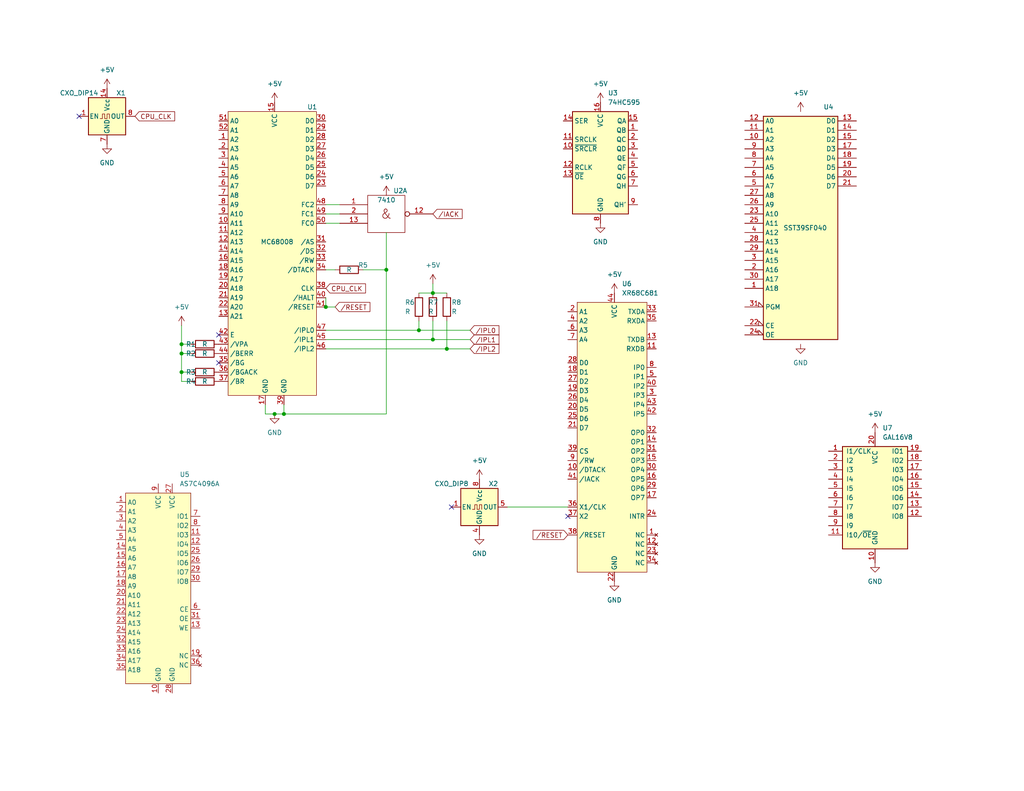
<source format=kicad_sch>
(kicad_sch (version 20211123) (generator eeschema)
  (paper "A")
  (title_block (title "Mackerel-08 v1") (date "2024-06-22") (rev "1.0a") (company "Colin Maykish") (comment 1 "github.com/crmaykish/mackerel-68k"))
  (lib_symbols
    (symbol "74xx:74HC595"
      (property "Reference" "U" (at -7.62 13.97 0))
      (property "Value" "74HC595" (at -7.62 -16.51 0))
      (symbol "74HC595_1_0"
        (pin tri_state line (at 10.16 7.62 180) (length 2.54) (name "QB") (number "1"))
        (pin input line (at -10.16 2.54 0) (length 2.54) (name "~{SRCLR}") (number "10"))
        (pin input line (at -10.16 5.08 0) (length 2.54) (name "SRCLK") (number "11"))
        (pin input line (at -10.16 -2.54 0) (length 2.54) (name "RCLK") (number "12"))
        (pin input line (at -10.16 -5.08 0) (length 2.54) (name "~{OE}") (number "13"))
        (pin input line (at -10.16 10.16 0) (length 2.54) (name "SER") (number "14"))
        (pin tri_state line (at 10.16 10.16 180) (length 2.54) (name "QA") (number "15"))
        (pin power_in line (at 0 15.24 270) (length 2.54) (name "VCC") (number "16"))
        (pin tri_state line (at 10.16 5.08 180) (length 2.54) (name "QC") (number "2"))
        (pin tri_state line (at 10.16 2.54 180) (length 2.54) (name "QD") (number "3"))
        (pin tri_state line (at 10.16 0 180) (length 2.54) (name "QE") (number "4"))
        (pin tri_state line (at 10.16 -2.54 180) (length 2.54) (name "QF") (number "5"))
        (pin tri_state line (at 10.16 -5.08 180) (length 2.54) (name "QG") (number "6"))
        (pin tri_state line (at 10.16 -7.62 180) (length 2.54) (name "QH") (number "7"))
        (pin power_in line (at 0 -17.78 90) (length 2.54) (name "GND") (number "8"))
        (pin output line (at 10.16 -12.7 180) (length 2.54) (name "QH'") (number "9"))
      )
      (symbol "74HC595_1_1"
        (rectangle (start -7.62 12.7) (end 7.62 -15.24) (stroke (width 0.254)) (fill (type background)))
      )
    )
    (symbol "74xx_IEEE:7410" (pin_names (offset 0.762))
      (property "Reference" "U" (at 2.54 7.62 0))
      (property "Value" "7410" (at 3.81 -7.62 0))
      (symbol "7410_0_0"
        (text "&" (at 0 0 0) (effects (font (size 2.54 2.54))))
      )
      (symbol "7410_0_1"
        (rectangle (start -5.08 5.08) (end 5.08 -5.08))
        (pin power_in line (at 0 5.08 270) (length 0) hide (name "Vcc") (number "14"))
        (pin power_in line (at 0 -5.08 90) (length 0) hide (name "Gnd") (number "7"))
      )
      (symbol "7410_1_1"
        (pin input line (at -12.7 2.54 0) (length 7.62) (name "~") (number "1"))
        (pin output inverted (at 12.7 0 180) (length 7.62) (name "~") (number "12"))
        (pin input line (at -12.7 -2.54 0) (length 7.62) (name "~") (number "13"))
        (pin input line (at -12.7 0 0) (length 7.62) (name "~") (number "2"))
      )
      (symbol "7410_2_1"
        (pin input line (at -12.7 2.54 0) (length 7.62) (name "~") (number "3"))
        (pin input line (at -12.7 0 0) (length 7.62) (name "~") (number "4"))
        (pin input line (at -12.7 -2.54 0) (length 7.62) (name "~") (number "5"))
        (pin output inverted (at 12.7 0 180) (length 7.62) (name "~") (number "6"))
      )
      (symbol "7410_3_1"
        (pin input line (at -12.7 0 0) (length 7.62) (name "~") (number "10"))
        (pin input line (at -12.7 -2.54 0) (length 7.62) (name "~") (number "11"))
        (pin output inverted (at 12.7 0 180) (length 7.62) (name "~") (number "8"))
        (pin input line (at -12.7 2.54 0) (length 7.62) (name "~") (number "9"))
      )
    )
    (symbol "Device:R" (pin_numbers hide) (pin_names (offset 0))
      (property "Reference" "R" (at 2.032 0 90))
      (property "Value" "R" (at 0 0 90))
      (symbol "R_0_1"
        (rectangle (start -1.016 -2.54) (end 1.016 2.54) (stroke (width 0.254)))
      )
      (symbol "R_1_1"
        (pin passive line (at 0 3.81 270) (length 1.27) (name "~") (number "1"))
        (pin passive line (at 0 -3.81 90) (length 1.27) (name "~") (number "2"))
      )
    )
    (symbol "Logic_Programmable:GAL16V8" (pin_names (offset 1.016))
      (property "Reference" "U" (at -8.89 16.51 0))
      (property "Value" "GAL16V8" (at 1.27 16.51 0))
      (symbol "GAL16V8_0_0"
        (pin power_in line (at 0 -17.78 90) (length 3.81) (name "GND") (number "10"))
        (pin power_in line (at 0 17.78 270) (length 3.81) (name "VCC") (number "20"))
      )
      (symbol "GAL16V8_0_1"
        (rectangle (start -8.89 13.97) (end 8.89 -13.97) (stroke (width 0.254)) (fill (type background)))
      )
      (symbol "GAL16V8_1_1"
        (pin input line (at -12.7 12.7 0) (length 3.81) (name "I1/CLK") (number "1"))
        (pin input line (at -12.7 -10.16 0) (length 3.81) (name "I10/~{OE}") (number "11"))
        (pin tri_state line (at 12.7 -5.08 180) (length 3.81) (name "IO8") (number "12"))
        (pin tri_state line (at 12.7 -2.54 180) (length 3.81) (name "IO7") (number "13"))
        (pin tri_state line (at 12.7 0 180) (length 3.81) (name "IO6") (number "14"))
        (pin tri_state line (at 12.7 2.54 180) (length 3.81) (name "IO5") (number "15"))
        (pin tri_state line (at 12.7 5.08 180) (length 3.81) (name "IO4") (number "16"))
        (pin tri_state line (at 12.7 7.62 180) (length 3.81) (name "I03") (number "17"))
        (pin tri_state line (at 12.7 10.16 180) (length 3.81) (name "IO2") (number "18"))
        (pin tri_state line (at 12.7 12.7 180) (length 3.81) (name "IO1") (number "19"))
        (pin input line (at -12.7 10.16 0) (length 3.81) (name "I2") (number "2"))
        (pin input line (at -12.7 7.62 0) (length 3.81) (name "I3") (number "3"))
        (pin input line (at -12.7 5.08 0) (length 3.81) (name "I4") (number "4"))
        (pin input line (at -12.7 2.54 0) (length 3.81) (name "I5") (number "5"))
        (pin input line (at -12.7 0 0) (length 3.81) (name "I6") (number "6"))
        (pin input line (at -12.7 -2.54 0) (length 3.81) (name "I7") (number "7"))
        (pin input line (at -12.7 -5.08 0) (length 3.81) (name "I8") (number "8"))
        (pin input line (at -12.7 -7.62 0) (length 3.81) (name "I9") (number "9"))
      )
    )
    (symbol "Memory_Flash:SST39SF040"
      (property "Reference" "U" (at 2.54 33.02 0))
      (property "Value" "SST39SF040" (at 0 -30.48 0))
      (symbol "SST39SF040_0_0"
        (pin power_in line (at 0 -30.48 90) (length 1.27) hide (name "GND") (number "16"))
        (pin power_in line (at 0 33.02 270) (length 1.27) hide (name "VCC") (number "32"))
      )
      (symbol "SST39SF040_0_1"
        (rectangle (start -10.16 31.75) (end 10.16 -29.21) (stroke (width 0.254)) (fill (type background)))
      )
      (symbol "SST39SF040_1_1"
        (pin input line (at -15.24 -15.24 0) (length 5.08) (name "A18") (number "1"))
        (pin input line (at -15.24 25.4 0) (length 5.08) (name "A2") (number "10"))
        (pin input line (at -15.24 27.94 0) (length 5.08) (name "A1") (number "11"))
        (pin input line (at -15.24 30.48 0) (length 5.08) (name "A0") (number "12"))
        (pin tri_state line (at 15.24 30.48 180) (length 5.08) (name "D0") (number "13"))
        (pin tri_state line (at 15.24 27.94 180) (length 5.08) (name "D1") (number "14"))
        (pin tri_state line (at 15.24 25.4 180) (length 5.08) (name "D2") (number "15"))
        (pin tri_state line (at 15.24 22.86 180) (length 5.08) (name "D3") (number "17"))
        (pin tri_state line (at 15.24 20.32 180) (length 5.08) (name "D4") (number "18"))
        (pin tri_state line (at 15.24 17.78 180) (length 5.08) (name "D5") (number "19"))
        (pin input line (at -15.24 -10.16 0) (length 5.08) (name "A16") (number "2"))
        (pin tri_state line (at 15.24 15.24 180) (length 5.08) (name "D6") (number "20"))
        (pin tri_state line (at 15.24 12.7 180) (length 5.08) (name "D7") (number "21"))
        (pin input input_low (at -15.24 -25.4 0) (length 5.08) (name "CE") (number "22"))
        (pin input line (at -15.24 5.08 0) (length 5.08) (name "A10") (number "23"))
        (pin input input_low (at -15.24 -27.94 0) (length 5.08) (name "OE") (number "24"))
        (pin input line (at -15.24 2.54 0) (length 5.08) (name "A11") (number "25"))
        (pin input line (at -15.24 7.62 0) (length 5.08) (name "A9") (number "26"))
        (pin input line (at -15.24 10.16 0) (length 5.08) (name "A8") (number "27"))
        (pin input line (at -15.24 -2.54 0) (length 5.08) (name "A13") (number "28"))
        (pin input line (at -15.24 -5.08 0) (length 5.08) (name "A14") (number "29"))
        (pin input line (at -15.24 -7.62 0) (length 5.08) (name "A15") (number "3"))
        (pin input line (at -15.24 -12.7 0) (length 5.08) (name "A17") (number "30"))
        (pin input input_low (at -15.24 -20.32 0) (length 5.08) (name "PGM") (number "31"))
        (pin input line (at -15.24 0 0) (length 5.08) (name "A12") (number "4"))
        (pin input line (at -15.24 12.7 0) (length 5.08) (name "A7") (number "5"))
        (pin input line (at -15.24 15.24 0) (length 5.08) (name "A6") (number "6"))
        (pin input line (at -15.24 17.78 0) (length 5.08) (name "A5") (number "7"))
        (pin input line (at -15.24 20.32 0) (length 5.08) (name "A4") (number "8"))
        (pin input line (at -15.24 22.86 0) (length 5.08) (name "A3") (number "9"))
      )
    )
    (symbol "Oscillator:CXO_DIP14" (pin_names (offset 0.254))
      (property "Reference" "X" (at -5.08 6.35 0))
      (property "Value" "CXO_DIP14" (at 1.27 -6.35 0))
      (symbol "CXO_DIP14_0_1"
        (rectangle (start -5.08 5.08) (end 5.08 -5.08) (stroke (width 0.254)) (fill (type background)))
        (polyline (pts (xy -1.905 -0.635) (xy -1.27 -0.635) (xy -1.27 0.635) (xy -0.635 0.635) (xy -0.635 -0.635) (xy 0 -0.635) (xy 0 0.635) (xy 0.635 0.635) (xy 0.635 -0.635)))
      )
      (symbol "CXO_DIP14_1_1"
        (pin input line (at -7.62 0 0) (length 2.54) (name "EN") (number "1"))
        (pin power_in line (at 0 7.62 270) (length 2.54) (name "Vcc") (number "14"))
        (pin power_in line (at 0 -7.62 90) (length 2.54) (name "GND") (number "7"))
        (pin output line (at 7.62 0 180) (length 2.54) (name "OUT") (number "8"))
      )
    )
    (symbol "Oscillator:CXO_DIP8" (pin_names (offset 0.254))
      (property "Reference" "X" (at -5.08 6.35 0))
      (property "Value" "CXO_DIP8" (at 1.27 -6.35 0))
      (symbol "CXO_DIP8_0_1"
        (rectangle (start -5.08 5.08) (end 5.08 -5.08) (stroke (width 0.254)) (fill (type background)))
        (polyline (pts (xy -1.905 -0.635) (xy -1.27 -0.635) (xy -1.27 0.635) (xy -0.635 0.635) (xy -0.635 -0.635) (xy 0 -0.635) (xy 0 0.635) (xy 0.635 0.635) (xy 0.635 -0.635)))
      )
      (symbol "CXO_DIP8_1_1"
        (pin input line (at -7.62 0 0) (length 2.54) (name "EN") (number "1"))
        (pin power_in line (at 0 -7.62 90) (length 2.54) (name "GND") (number "4"))
        (pin output line (at 7.62 0 180) (length 2.54) (name "OUT") (number "5"))
        (pin power_in line (at 0 7.62 270) (length 2.54) (name "Vcc") (number "8"))
      )
    )
    (symbol "mackerel-68k-symbols:AS7C4096A"
      (property "Reference" "U" (at 6.35 31.75 0))
      (property "Value" "AS7C4096A" (at 1.27 2.54 0))
      (symbol "AS7C4096A_0_1"
        (rectangle (start -10.16 30.48) (end 7.62 -21.59) (fill (type background)))
      )
      (symbol "AS7C4096A_1_1"
        (pin input line (at -12.7 27.94 0) (length 2.54) (name "A0") (number "1"))
        (pin input line (at -1.27 -24.13 90) (length 2.54) (name "GND") (number "10"))
        (pin input line (at 10.16 19.05 180) (length 2.54) (name "IO3") (number "11"))
        (pin input line (at 10.16 16.51 180) (length 2.54) (name "IO4") (number "12"))
        (pin input line (at 10.16 -6.35 180) (length 2.54) (name "WE") (number "13"))
        (pin input line (at -12.7 15.24 0) (length 2.54) (name "A5") (number "14"))
        (pin input line (at -12.7 12.7 0) (length 2.54) (name "A6") (number "15"))
        (pin input line (at -12.7 10.16 0) (length 2.54) (name "A7") (number "16"))
        (pin input line (at -12.7 7.62 0) (length 2.54) (name "A8") (number "17"))
        (pin input line (at -12.7 5.08 0) (length 2.54) (name "A9") (number "18"))
        (pin no_connect line (at 10.16 -13.97 180) (length 2.54) (name "NC") (number "19"))
        (pin input line (at -12.7 25.4 0) (length 2.54) (name "A1") (number "2"))
        (pin input line (at -12.7 2.54 0) (length 2.54) (name "A10") (number "20"))
        (pin input line (at -12.7 0 0) (length 2.54) (name "A11") (number "21"))
        (pin input line (at -12.7 -2.54 0) (length 2.54) (name "A12") (number "22"))
        (pin input line (at -12.7 -5.08 0) (length 2.54) (name "A13") (number "23"))
        (pin input line (at -12.7 -7.62 0) (length 2.54) (name "A14") (number "24"))
        (pin input line (at 10.16 13.97 180) (length 2.54) (name "IO5") (number "25"))
        (pin input line (at 10.16 11.43 180) (length 2.54) (name "IO6") (number "26"))
        (pin input line (at 2.54 33.02 270) (length 2.54) (name "VCC") (number "27"))
        (pin input line (at 2.54 -24.13 90) (length 2.54) (name "GND") (number "28"))
        (pin input line (at 10.16 8.89 180) (length 2.54) (name "IO7") (number "29"))
        (pin input line (at -12.7 22.86 0) (length 2.54) (name "A2") (number "3"))
        (pin input line (at 10.16 6.35 180) (length 2.54) (name "IO8") (number "30"))
        (pin input line (at 10.16 -3.81 180) (length 2.54) (name "OE") (number "31"))
        (pin input line (at -12.7 -10.16 0) (length 2.54) (name "A15") (number "32"))
        (pin input line (at -12.7 -12.7 0) (length 2.54) (name "A16") (number "33"))
        (pin input line (at -12.7 -15.24 0) (length 2.54) (name "A17") (number "34"))
        (pin input line (at -12.7 -17.78 0) (length 2.54) (name "A18") (number "35"))
        (pin no_connect line (at 10.16 -16.51 180) (length 2.54) (name "NC") (number "36"))
        (pin input line (at -12.7 20.32 0) (length 2.54) (name "A3") (number "4"))
        (pin input line (at -12.7 17.78 0) (length 2.54) (name "A4") (number "5"))
        (pin input line (at 10.16 -1.27 180) (length 2.54) (name "CE") (number "6"))
        (pin input line (at 10.16 24.13 180) (length 2.54) (name "IO1") (number "7"))
        (pin input line (at 10.16 21.59 180) (length 2.54) (name "IO2") (number "8"))
        (pin input line (at -1.27 33.02 270) (length 2.54) (name "VCC") (number "9"))
      )
    )
    (symbol "mackerel-68k-symbols:MC68008"
      (property "Reference" "U" (at 8.89 36.83 0))
      (property "Value" "MC68008" (at 0 -1.27 0))
      (symbol "MC68008_0_1"
        (rectangle (start -12.7 35.56) (end 11.43 -41.91) (fill (type background)))
      )
      (symbol "MC68008_1_1"
        (pin output line (at -15.24 27.94 0) (length 2.54) (name "A2") (number "1"))
        (pin output line (at -15.24 5.08 0) (length 2.54) (name "A11") (number "10"))
        (pin output line (at -15.24 2.54 0) (length 2.54) (name "A12") (number "11"))
        (pin output line (at -15.24 0 0) (length 2.54) (name "A13") (number "12"))
        (pin output line (at -15.24 -20.32 0) (length 2.54) (name "A21") (number "13"))
        (pin output line (at -15.24 -2.54 0) (length 2.54) (name "A14") (number "14"))
        (pin power_in line (at 0 38.1 270) (length 2.54) (name "VCC") (number "15"))
        (pin output line (at -15.24 -5.08 0) (length 2.54) (name "A15") (number "16"))
        (pin power_in line (at -2.54 -44.45 90) (length 2.54) (name "GND") (number "17"))
        (pin output line (at -15.24 -7.62 0) (length 2.54) (name "A16") (number "18"))
        (pin output line (at -15.24 -10.16 0) (length 2.54) (name "A17") (number "19"))
        (pin output line (at -15.24 25.4 0) (length 2.54) (name "A3") (number "2"))
        (pin output line (at -15.24 -12.7 0) (length 2.54) (name "A18") (number "20"))
        (pin output line (at -15.24 -15.24 0) (length 2.54) (name "A19") (number "21"))
        (pin output line (at -15.24 -17.78 0) (length 2.54) (name "A20") (number "22"))
        (pin bidirectional line (at 13.97 15.24 180) (length 2.54) (name "D7") (number "23"))
        (pin bidirectional line (at 13.97 17.78 180) (length 2.54) (name "D6") (number "24"))
        (pin bidirectional line (at 13.97 20.32 180) (length 2.54) (name "D5") (number "25"))
        (pin bidirectional line (at 13.97 22.86 180) (length 2.54) (name "D4") (number "26"))
        (pin bidirectional line (at 13.97 25.4 180) (length 2.54) (name "D3") (number "27"))
        (pin bidirectional line (at 13.97 27.94 180) (length 2.54) (name "D2") (number "28"))
        (pin bidirectional line (at 13.97 30.48 180) (length 2.54) (name "D1") (number "29"))
        (pin output line (at -15.24 22.86 0) (length 2.54) (name "A4") (number "3"))
        (pin bidirectional line (at 13.97 33.02 180) (length 2.54) (name "D0") (number "30"))
        (pin output line (at 13.97 0 180) (length 2.54) (name "/AS") (number "31"))
        (pin output line (at 13.97 -2.54 180) (length 2.54) (name "/DS") (number "32"))
        (pin output line (at 13.97 -5.08 180) (length 2.54) (name "/RW") (number "33"))
        (pin input line (at 13.97 -7.62 180) (length 2.54) (name "/DTACK") (number "34"))
        (pin output line (at -15.24 -33.02 0) (length 2.54) (name "/BG") (number "35"))
        (pin output line (at -15.24 -35.56 0) (length 2.54) (name "/BGACK") (number "36"))
        (pin output line (at -15.24 -38.1 0) (length 2.54) (name "/BR") (number "37"))
        (pin input line (at 13.97 -12.7 180) (length 2.54) (name "CLK") (number "38"))
        (pin power_in line (at 2.54 -44.45 90) (length 2.54) (name "GND") (number "39"))
        (pin output line (at -15.24 20.32 0) (length 2.54) (name "A5") (number "4"))
        (pin input line (at 13.97 -15.24 180) (length 2.54) (name "/HALT") (number "40"))
        (pin input line (at 13.97 -17.78 180) (length 2.54) (name "/RESET") (number "41"))
        (pin output line (at -15.24 -25.4 0) (length 2.54) (name "E") (number "42"))
        (pin output line (at -15.24 -27.94 0) (length 2.54) (name "/VPA") (number "43"))
        (pin output line (at -15.24 -30.48 0) (length 2.54) (name "/BERR") (number "44"))
        (pin input line (at 13.97 -26.67 180) (length 2.54) (name "/IPL1") (number "45"))
        (pin input line (at 13.97 -29.21 180) (length 2.54) (name "/IPL2") (number "46"))
        (pin input line (at 13.97 -24.13 180) (length 2.54) (name "/IPL0") (number "47"))
        (pin output line (at 13.97 10.16 180) (length 2.54) (name "FC2") (number "48"))
        (pin output line (at 13.97 7.62 180) (length 2.54) (name "FC1") (number "49"))
        (pin output line (at -15.24 17.78 0) (length 2.54) (name "A6") (number "5"))
        (pin output line (at 13.97 5.08 180) (length 2.54) (name "FC0") (number "50"))
        (pin output line (at -15.24 33.02 0) (length 2.54) (name "A0") (number "51"))
        (pin output line (at -15.24 30.48 0) (length 2.54) (name "A1") (number "52"))
        (pin output line (at -15.24 15.24 0) (length 2.54) (name "A7") (number "6"))
        (pin output line (at -15.24 12.7 0) (length 2.54) (name "A8") (number "7"))
        (pin output line (at -15.24 10.16 0) (length 2.54) (name "A9") (number "8"))
        (pin output line (at -15.24 7.62 0) (length 2.54) (name "A10") (number "9"))
      )
    )
    (symbol "mackerel-68k-symbols:XR68C681"
      (property "Reference" "U" (at 6.35 33.02 0))
      (property "Value" "XR68C681" (at 0 0 0))
      (symbol "XR68C681_0_1"
        (rectangle (start -10.16 31.75) (end 8.89 -41.91) (fill (type background)))
      )
      (symbol "XR68C681_1_1"
        (pin no_connect line (at 11.43 -31.75 180) (length 2.54) (name "NC") (number "1"))
        (pin input line (at -12.7 -13.97 0) (length 2.54) (name "/DTACK") (number "10"))
        (pin input line (at 11.43 19.05 180) (length 2.54) (name "RXDB") (number "11"))
        (pin no_connect line (at 11.43 -34.29 180) (length 2.54) (name "NC") (number "12"))
        (pin input line (at 11.43 21.59 180) (length 2.54) (name "TXDB") (number "13"))
        (pin input line (at 11.43 -6.35 180) (length 2.54) (name "OP1") (number "14"))
        (pin input line (at 11.43 -11.43 180) (length 2.54) (name "OP3") (number "15"))
        (pin input line (at 11.43 -16.51 180) (length 2.54) (name "OP5") (number "16"))
        (pin input line (at 11.43 -21.59 180) (length 2.54) (name "OP7") (number "17"))
        (pin input line (at -12.7 12.7 0) (length 2.54) (name "D1") (number "18"))
        (pin input line (at -12.7 7.62 0) (length 2.54) (name "D3") (number "19"))
        (pin input line (at -12.7 29.21 0) (length 2.54) (name "A1") (number "2"))
        (pin input line (at -12.7 2.54 0) (length 2.54) (name "D5") (number "20"))
        (pin input line (at -12.7 -2.54 0) (length 2.54) (name "D7") (number "21"))
        (pin power_in line (at 0 -44.45 90) (length 2.54) (name "GND") (number "22"))
        (pin no_connect line (at 11.43 -36.83 180) (length 2.54) (name "NC") (number "23"))
        (pin input line (at 11.43 -26.67 180) (length 2.54) (name "INTR") (number "24"))
        (pin input line (at -12.7 0 0) (length 2.54) (name "D6") (number "25"))
        (pin input line (at -12.7 5.08 0) (length 2.54) (name "D4") (number "26"))
        (pin input line (at -12.7 10.16 0) (length 2.54) (name "D2") (number "27"))
        (pin input line (at -12.7 15.24 0) (length 2.54) (name "D0") (number "28"))
        (pin input line (at 11.43 -19.05 180) (length 2.54) (name "OP6") (number "29"))
        (pin input line (at 11.43 6.35 180) (length 2.54) (name "IP3") (number "3"))
        (pin input line (at 11.43 -13.97 180) (length 2.54) (name "OP4") (number "30"))
        (pin input line (at 11.43 -8.89 180) (length 2.54) (name "OP2") (number "31"))
        (pin input line (at 11.43 -3.81 180) (length 2.54) (name "OP0") (number "32"))
        (pin input line (at 11.43 29.21 180) (length 2.54) (name "TXDA") (number "33"))
        (pin no_connect line (at 11.43 -39.37 180) (length 2.54) (name "NC") (number "34"))
        (pin input line (at 11.43 26.67 180) (length 2.54) (name "RXDA") (number "35"))
        (pin input line (at -12.7 -24.13 0) (length 2.54) (name "X1/CLK") (number "36"))
        (pin input line (at -12.7 -26.67 0) (length 2.54) (name "X2") (number "37"))
        (pin input line (at -12.7 -31.75 0) (length 2.54) (name "/RESET") (number "38"))
        (pin input line (at -12.7 -8.89 0) (length 2.54) (name "CS") (number "39"))
        (pin input line (at -12.7 26.67 0) (length 2.54) (name "A2") (number "4"))
        (pin input line (at 11.43 8.89 180) (length 2.54) (name "IP2") (number "40"))
        (pin input line (at -12.7 -16.51 0) (length 2.54) (name "/IACK") (number "41"))
        (pin input line (at 11.43 1.27 180) (length 2.54) (name "IP5") (number "42"))
        (pin input line (at 11.43 3.81 180) (length 2.54) (name "IP4") (number "43"))
        (pin power_in line (at 0 34.29 270) (length 2.54) (name "VCC") (number "44"))
        (pin input line (at 11.43 11.43 180) (length 2.54) (name "IP1") (number "5"))
        (pin input line (at -12.7 24.13 0) (length 2.54) (name "A3") (number "6"))
        (pin input line (at -12.7 21.59 0) (length 2.54) (name "A4") (number "7"))
        (pin input line (at 11.43 13.97 180) (length 2.54) (name "IP0") (number "8"))
        (pin input line (at -12.7 -11.43 0) (length 2.54) (name "/RW") (number "9"))
      )
    )
    (symbol "power:+5V" (power) (pin_names (offset 0))
      (property "Value" "+5V" (at 0 3.556 0))
      (symbol "+5V_0_1"
        (polyline (pts (xy -0.762 1.27) (xy 0 2.54)))
        (polyline (pts (xy 0 0) (xy 0 2.54)))
        (polyline (pts (xy 0 2.54) (xy 0.762 1.27)))
      )
      (symbol "+5V_1_1"
        (pin power_in line (at 0 0 90) (length 0) hide (name "+5V") (number "1"))
      )
    )
    (symbol "power:GND" (power) (pin_names (offset 0))
      (property "Value" "GND" (at 0 -3.81 0))
      (symbol "GND_0_1"
        (polyline (pts (xy 0 0) (xy 0 -1.27) (xy 1.27 -1.27) (xy 0 -2.54) (xy -1.27 -1.27) (xy 0 -1.27)))
      )
      (symbol "GND_1_1"
        (pin power_in line (at 0 0 270) (length 0) hide (name "GND") (number "1"))
      )
    )
  )
  (junction (at 59.69 -46.99))
  (junction (at 59.69 -29.21))
  (junction (at 118.11 80.01))
  (junction (at 74.93 113.03))
  (junction (at 59.69 -34.29))
  (junction (at 49.53 96.52))
  (junction (at 114.3 90.17))
  (junction (at 77.47 113.03))
  (junction (at 121.92 95.25))
  (junction (at 118.11 92.71))
  (junction (at 59.69 -49.53))
  (junction (at 49.53 93.98))
  (junction (at 88.9 83.82))
  (junction (at 105.41 73.66))
  (junction (at 59.69 -31.75))
  (junction (at 49.53 101.6))
  (no_connect (at 123.19 138.43))
  (no_connect (at 59.69 99.06))
  (no_connect (at 154.94 140.97))
  (no_connect (at 85.09 -49.53))
  (no_connect (at 85.09 -31.75))
  (no_connect (at 21.59 31.75))
  (no_connect (at 59.69 91.44))
  (wire (pts (xy 88.9 92.71) (xy 118.11 92.71)))
  (wire (pts (xy 49.53 104.14) (xy 52.07 104.14)))
  (wire (pts (xy 49.53 96.52) (xy 49.53 101.6)))
  (wire (pts (xy 118.11 92.71) (xy 128.27 92.71)))
  (wire (pts (xy 72.39 113.03) (xy 74.93 113.03)))
  (wire (pts (xy 59.69 -52.07) (xy 59.69 -49.53)))
  (wire (pts (xy 49.53 96.52) (xy 52.07 96.52)))
  (wire (pts (xy 105.41 73.66) (xy 105.41 113.03)))
  (wire (pts (xy 138.43 138.43) (xy 154.94 138.43)))
  (wire (pts (xy 118.11 80.01) (xy 121.92 80.01)))
  (wire (pts (xy 114.3 87.63) (xy 114.3 90.17)))
  (wire (pts (xy 72.39 110.49) (xy 72.39 113.03)))
  (wire (pts (xy 88.9 55.88) (xy 92.71 55.88)))
  (wire (pts (xy 77.47 113.03) (xy 74.93 113.03)))
  (wire (pts (xy 88.9 60.96) (xy 92.71 60.96)))
  (wire (pts (xy 49.53 93.98) (xy 49.53 96.52)))
  (wire (pts (xy 114.3 80.01) (xy 118.11 80.01)))
  (wire (pts (xy 118.11 77.47) (xy 118.11 80.01)))
  (wire (pts (xy 59.69 -49.53) (xy 59.69 -46.99)))
  (wire (pts (xy 49.53 93.98) (xy 52.07 93.98)))
  (wire (pts (xy 59.69 -34.29) (xy 59.69 -31.75)))
  (wire (pts (xy 121.92 87.63) (xy 121.92 95.25)))
  (wire (pts (xy 59.69 -29.21) (xy 59.69 -24.13)))
  (wire (pts (xy 88.9 90.17) (xy 114.3 90.17)))
  (wire (pts (xy 88.9 58.42) (xy 92.71 58.42)))
  (wire (pts (xy 105.41 113.03) (xy 77.47 113.03)))
  (wire (pts (xy 88.9 83.82) (xy 91.44 83.82)))
  (wire (pts (xy 59.69 -31.75) (xy 59.69 -29.21)))
  (wire (pts (xy 88.9 81.28) (xy 88.9 83.82)))
  (wire (pts (xy 49.53 101.6) (xy 49.53 104.14)))
  (wire (pts (xy 121.92 95.25) (xy 128.27 95.25)))
  (wire (pts (xy 118.11 87.63) (xy 118.11 92.71)))
  (wire (pts (xy 114.3 90.17) (xy 128.27 90.17)))
  (wire (pts (xy 49.53 101.6) (xy 52.07 101.6)))
  (wire (pts (xy 77.47 110.49) (xy 77.47 113.03)))
  (wire (pts (xy 49.53 88.9) (xy 49.53 93.98)))
  (wire (pts (xy 88.9 95.25) (xy 121.92 95.25)))
  (wire (pts (xy 88.9 73.66) (xy 91.44 73.66)))
  (wire (pts (xy 59.69 -46.99) (xy 59.69 -34.29)))
  (wire (pts (xy 105.41 63.5) (xy 105.41 73.66)))
  (wire (pts (xy 99.06 73.66) (xy 105.41 73.66)))
  (global_label "{slash}RESET" (shape input) (at 91.44 83.82 0) (property "Intersheet References" "${INTERSHEET_REFS}" (effects hide)))
  (global_label "CPU_CLK" (shape input) (at 88.9 78.74 0) (property "Intersheet References" "${INTERSHEET_REFS}" (effects hide)))
  (global_label "CPU_CLK" (shape input) (at 36.83 31.75 0) (property "Intersheet References" "${INTERSHEET_REFS}" (effects hide)))
  (global_label "{slash}IPL1" (shape input) (at 128.27 92.71 0) (property "Intersheet References" "${INTERSHEET_REFS}" (effects hide)))
  (global_label "{slash}IPL0" (shape input) (at 128.27 90.17 0) (property "Intersheet References" "${INTERSHEET_REFS}" (effects hide)))
  (global_label "{slash}RESET" (shape input) (at 154.94 146.05 180) (property "Intersheet References" "${INTERSHEET_REFS}" (effects hide)))
  (global_label "{slash}IPL2" (shape input) (at 128.27 95.25 0) (property "Intersheet References" "${INTERSHEET_REFS}" (effects hide)))
  (global_label "{slash}IACK" (shape input) (at 118.11 58.42 0) (property "Intersheet References" "${INTERSHEET_REFS}" (effects hide)))
  (symbol (lib_id "power:+5V") (at 105.41 53.34 0) (unit 1)
    (property "Reference" "#PWR0106" (effects hide))
    (property "Value" "+5V" (at 105.41 48.26 0))
  )
  (symbol (lib_id "Logic_Programmable:GAL16V8") (at 238.76 135.89 0) (unit 1)
    (property "Reference" "U7" (at 240.7794 116.84 0) (effects (justify left)))
    (property "Value" "GAL16V8" (at 240.7794 119.38 0) (effects (justify left)))
    (property "Footprint" "Package_DIP:DIP-20_W7.62mm" (effects hide))
  )
  (symbol (lib_id "power:+5V") (at 29.21 24.13 0) (unit 1)
    (property "Reference" "#PWR0101" (effects hide))
    (property "Value" "+5V" (at 29.21 19.05 0))
  )
  (symbol (lib_id "74xx_IEEE:7410") (at 72.39 -49.53 0) (unit 2)
    (property "Reference" "U2" (at 72.39 -59.69 0))
    (property "Value" "7410" (at 72.39 -57.15 0))
    (property "Footprint" "Package_DIP:DIP-14_W7.62mm" (effects hide))
  )
  (symbol (lib_id "power:+5V") (at 74.93 27.94 0) (unit 1)
    (property "Reference" "#PWR0105" (effects hide))
    (property "Value" "+5V" (at 74.93 22.86 0))
  )
  (symbol (lib_id "Device:R") (at 95.25 73.66 90) (unit 1)
    (property "Reference" "R5" (at 99.06 72.39 90))
    (property "Value" "R" (at 95.25 73.66 90))
    (property "Footprint" "Resistor_THT:R_Axial_DIN0207_L6.3mm_D2.5mm_P7.62mm_Horizontal" (effects hide))
  )
  (symbol (lib_id "power:+5V") (at 118.11 77.47 0) (unit 1)
    (property "Reference" "#PWR0107" (effects hide))
    (property "Value" "+5V" (at 118.11 72.39 0))
  )
  (symbol (lib_id "mackerel-68k-symbols:XR68C681") (at 167.64 114.3 0) (unit 1)
    (property "Reference" "U6" (at 169.6594 77.47 0) (effects (justify left)))
    (property "Value" "XR68C681" (at 169.6594 80.01 0) (effects (justify left)))
    (property "Footprint" "Package_LCC:PLCC-44_THT-Socket" (effects hide))
  )
  (symbol (lib_id "power:GND") (at 167.64 158.75 0) (unit 1)
    (property "Reference" "#PWR04" (effects hide))
    (property "Value" "GND" (at 167.64 163.83 0))
  )
  (symbol (lib_id "Device:R") (at 55.88 96.52 90) (unit 1)
    (property "Reference" "R2" (at 52.07 96.52 90))
    (property "Value" "R" (at 55.88 96.52 90))
    (property "Footprint" "Resistor_THT:R_Axial_DIN0207_L6.3mm_D2.5mm_P7.62mm_Horizontal" (effects hide))
  )
  (symbol (lib_id "Device:R") (at 55.88 101.6 90) (unit 1)
    (property "Reference" "R3" (at 52.07 101.6 90))
    (property "Value" "R" (at 55.88 101.6 90))
    (property "Footprint" "Resistor_THT:R_Axial_DIN0207_L6.3mm_D2.5mm_P7.62mm_Horizontal" (effects hide))
  )
  (symbol (lib_id "Memory_Flash:SST39SF040") (at 218.44 63.5 0) (unit 1)
    (property "Reference" "U4" (at 226.06 29.21 0))
    (property "Value" "SST39SF040" (at 219.71 62.23 0))
    (property "Footprint" "Socket:DIP_Socket-32_W11.9_W12.7_W15.24_W17.78_W18.5_3M_232-1285-00-0602J" (effects hide))
    (property "Datasheet" "http://ww1.microchip.com/downloads/en/DeviceDoc/25022B.pdf" (effects hide))
  )
  (symbol (lib_id "Device:R") (at 55.88 93.98 90) (unit 1)
    (property "Reference" "R1" (at 52.07 93.98 90))
    (property "Value" "R" (at 55.88 93.98 90))
    (property "Footprint" "Resistor_THT:R_Axial_DIN0207_L6.3mm_D2.5mm_P7.62mm_Horizontal" (effects hide))
  )
  (symbol (lib_id "Oscillator:CXO_DIP8") (at 130.81 138.43 0) (unit 1)
    (property "Reference" "X2" (at 134.62 132.08 0))
    (property "Value" "CXO_DIP8" (at 123.19 132.08 0))
    (property "Footprint" "Oscillator:Oscillator_DIP-8" (effects hide))
    (property "Datasheet" "http://cdn-reichelt.de/documents/datenblatt/B400/OSZI.pdf" (effects hide))
  )
  (symbol (lib_id "power:GND") (at 130.81 146.05 0) (unit 1)
    (property "Reference" "#PWR02" (effects hide))
    (property "Value" "GND" (at 130.81 151.13 0))
  )
  (symbol (lib_id "mackerel-68k-symbols:MC68008") (at 74.93 66.04 0) (unit 1)
    (property "Reference" "U1" (at 83.82 29.21 0) (effects (justify left)))
    (property "Value" "MC68008" (at 71.12 66.04 0) (effects (justify left)))
    (property "Footprint" "Package_LCC:PLCC-52_THT-Socket" (effects hide))
  )
  (symbol (lib_id "mackerel-68k-symbols:AS7C4096A") (at 44.45 165.1 0) (unit 1)
    (property "Reference" "U5" (at 49.0094 129.54 0) (effects (justify left)))
    (property "Value" "AS7C4096A" (at 49.0094 132.08 0) (effects (justify left)))
  )
  (symbol (lib_id "74xx_IEEE:7410") (at 105.41 58.42 0) (unit 1)
    (property "Reference" "U2" (at 109.22 52.07 0))
    (property "Value" "7410" (at 105.41 54.61 0))
    (property "Footprint" "Package_DIP:DIP-14_W7.62mm" (effects hide))
  )
  (symbol (lib_id "Device:R") (at 55.88 104.14 90) (unit 1)
    (property "Reference" "R4" (at 52.07 104.14 90))
    (property "Value" "R" (at 55.88 104.14 90))
    (property "Footprint" "Resistor_THT:R_Axial_DIN0207_L6.3mm_D2.5mm_P7.62mm_Horizontal" (effects hide))
  )
  (symbol (lib_id "Device:R") (at 121.92 83.82 0) (unit 1)
    (property "Reference" "R8" (at 123.19 82.55 0) (effects (justify left)))
    (property "Value" "R" (at 123.19 85.09 0) (effects (justify left)))
    (property "Footprint" "Resistor_THT:R_Axial_DIN0207_L6.3mm_D2.5mm_P7.62mm_Horizontal" (effects hide))
  )
  (symbol (lib_id "power:GND") (at 238.76 153.67 0) (unit 1)
    (property "Reference" "#PWR06" (effects hide))
    (property "Value" "GND" (at 238.76 158.75 0))
  )
  (symbol (lib_id "power:+5V") (at 130.81 130.81 0) (unit 1)
    (property "Reference" "#PWR01" (effects hide))
    (property "Value" "+5V" (at 130.81 125.73 0))
  )
  (symbol (lib_id "Device:R") (at 118.11 83.82 0) (unit 1)
    (property "Reference" "R7" (at 116.84 82.55 0) (effects (justify left)))
    (property "Value" "R" (at 116.84 85.09 0) (effects (justify left)))
    (property "Footprint" "Resistor_THT:R_Axial_DIN0207_L6.3mm_D2.5mm_P7.62mm_Horizontal" (effects hide))
  )
  (symbol (lib_id "power:GND") (at 218.44 93.98 0) (unit 1)
    (property "Reference" "#PWR0112" (effects hide))
    (property "Value" "GND" (at 218.44 99.06 0))
  )
  (symbol (lib_id "74xx:74HC595") (at 163.83 43.18 0) (unit 1)
    (property "Reference" "U3" (at 165.8494 25.4 0) (effects (justify left)))
    (property "Value" "74HC595" (at 165.8494 27.94 0) (effects (justify left)))
    (property "Footprint" "Package_DIP:DIP-16_W7.62mm" (effects hide))
    (property "Datasheet" "http://www.ti.com/lit/ds/symlink/sn74hc595.pdf" (effects hide))
  )
  (symbol (lib_id "74xx_IEEE:7410") (at 72.39 -31.75 0) (unit 3)
    (property "Reference" "U2" (at 72.39 -41.91 0))
    (property "Value" "7410" (at 72.39 -39.37 0))
    (property "Footprint" "Package_DIP:DIP-14_W7.62mm" (effects hide))
  )
  (symbol (lib_id "power:+5V") (at 218.44 30.48 0) (unit 1)
    (property "Reference" "#PWR0111" (effects hide))
    (property "Value" "+5V" (at 218.44 25.4 0))
  )
  (symbol (lib_id "power:GND") (at 74.93 113.03 0) (unit 1)
    (property "Reference" "#PWR0104" (effects hide))
    (property "Value" "GND" (at 74.93 118.11 0))
  )
  (symbol (lib_id "Oscillator:CXO_DIP14") (at 29.21 31.75 0) (unit 1)
    (property "Reference" "X1" (at 33.02 25.4 0))
    (property "Value" "CXO_DIP14" (at 21.59 25.4 0))
    (property "Footprint" "Oscillator:Oscillator_DIP-14" (effects hide))
    (property "Datasheet" "http://cdn-reichelt.de/documents/datenblatt/B400/OSZI.pdf" (effects hide))
  )
  (symbol (lib_id "power:+5V") (at 238.76 118.11 0) (unit 1)
    (property "Reference" "#PWR05" (effects hide))
    (property "Value" "+5V" (at 238.76 113.03 0))
  )
  (symbol (lib_id "power:+5V") (at 49.53 88.9 0) (unit 1)
    (property "Reference" "#PWR0103" (effects hide))
    (property "Value" "+5V" (at 49.53 83.82 0))
  )
  (symbol (lib_id "power:GND") (at 29.21 39.37 0) (unit 1)
    (property "Reference" "#PWR0102" (effects hide))
    (property "Value" "GND" (at 29.21 44.45 0))
  )
  (symbol (lib_id "power:GND") (at 163.83 60.96 0) (unit 1)
    (property "Reference" "#PWR0110" (effects hide))
    (property "Value" "GND" (at 163.83 66.04 0))
  )
  (symbol (lib_id "power:+5V") (at 163.83 27.94 0) (unit 1)
    (property "Reference" "#PWR0109" (effects hide))
    (property "Value" "+5V" (at 163.83 22.86 0))
  )
  (symbol (lib_id "power:+5V") (at 167.64 80.01 0) (unit 1)
    (property "Reference" "#PWR03" (effects hide))
    (property "Value" "+5V" (at 167.64 74.93 0))
  )
  (symbol (lib_id "power:GND") (at 59.69 -24.13 0) (unit 1)
    (property "Reference" "#PWR0108" (effects hide))
    (property "Value" "GND" (at 59.69 -19.05 0))
  )
  (symbol (lib_id "Device:R") (at 114.3 83.82 0) (unit 1)
    (property "Reference" "R6" (at 110.49 82.55 0) (effects (justify left)))
    (property "Value" "R" (at 110.49 85.09 0) (effects (justify left)))
    (property "Footprint" "Resistor_THT:R_Axial_DIN0207_L6.3mm_D2.5mm_P7.62mm_Horizontal" (effects hide))
  )
)
</source>
